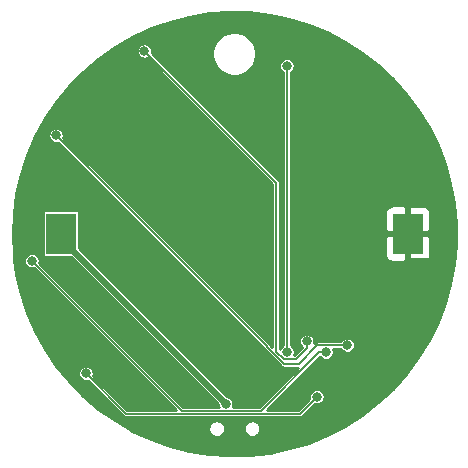
<source format=gbr>
G04 #@! TF.GenerationSoftware,KiCad,Pcbnew,(5.1.5-0-10_14)*
G04 #@! TF.CreationDate,2021-02-20T09:37:57-07:00*
G04 #@! TF.ProjectId,number_1_good_boy,6e756d62-6572-45f3-915f-676f6f645f62,rev?*
G04 #@! TF.SameCoordinates,Original*
G04 #@! TF.FileFunction,Copper,L2,Bot*
G04 #@! TF.FilePolarity,Positive*
%FSLAX46Y46*%
G04 Gerber Fmt 4.6, Leading zero omitted, Abs format (unit mm)*
G04 Created by KiCad (PCBNEW (5.1.5-0-10_14)) date 2021-02-20 09:37:57*
%MOMM*%
%LPD*%
G04 APERTURE LIST*
%ADD10R,2.540000X3.510000*%
%ADD11C,0.800000*%
%ADD12C,0.508000*%
%ADD13C,0.127000*%
%ADD14C,0.254000*%
G04 APERTURE END LIST*
D10*
X-14680000Y0D03*
X14680000Y0D03*
D11*
X-728000Y-14385000D03*
X17018000Y-2286000D03*
X17145000Y2413000D03*
X-9151500Y-11176000D03*
X1270000Y-9398000D03*
X2487647Y-8434353D03*
X-4064000Y-12954000D03*
X4445000Y-10033000D03*
X4445000Y14224000D03*
X6985000Y-13792200D03*
X-12573000Y-11836400D03*
X7747000Y-10033000D03*
X-17145000Y-2286000D03*
X9575800Y-9448800D03*
X-15100300Y8318500D03*
X6121400Y-9118600D03*
X-7620000Y15468600D03*
D12*
X-728000Y-14385000D02*
X-14605000Y-508000D01*
X14680000Y2263000D02*
X14830000Y2413000D01*
X14680000Y0D02*
X14680000Y2263000D01*
X14830000Y2413000D02*
X17145000Y2413000D01*
X14680000Y-2263000D02*
X14703000Y-2286000D01*
X14680000Y0D02*
X14680000Y-2263000D01*
X14703000Y-2286000D02*
X17018000Y-2286000D01*
X17018000Y-2286000D02*
X17018000Y-2286000D01*
X17145000Y2413000D02*
X17145000Y2413000D01*
D13*
X4445000Y-10033000D02*
X4445000Y14224000D01*
X5547690Y-15229510D02*
X-9179890Y-15229510D01*
X6985000Y-13792200D02*
X5547690Y-15229510D01*
X-9179890Y-15229510D02*
X-12573000Y-11836400D01*
X7181315Y-10033000D02*
X2238814Y-14975501D01*
X2238814Y-14975501D02*
X-4455499Y-14975501D01*
X7747000Y-10033000D02*
X7181315Y-10033000D01*
X-4455499Y-14975501D02*
X-17145000Y-2286000D01*
X9569499Y-9442499D02*
X7016701Y-9442499D01*
X9575800Y-9448800D02*
X9569499Y-9442499D01*
X7016701Y-9442499D02*
X5435600Y-11023600D01*
X4202434Y-11023600D02*
X2743200Y-9564366D01*
X5435600Y-11023600D02*
X4202434Y-11023600D01*
X2743200Y-9564366D02*
X2743200Y-9525000D01*
X2743200Y-9525000D02*
X-15100300Y8318500D01*
X-15100300Y8318500D02*
X-15113000Y8331200D01*
X4161559Y-10623501D02*
X3530600Y-9992542D01*
X5182184Y-10623501D02*
X4161559Y-10623501D01*
X6121400Y-9684285D02*
X5182184Y-10623501D01*
X6121400Y-9118600D02*
X6121400Y-9684285D01*
X3530600Y-9992542D02*
X3530600Y4318000D01*
X3530600Y4318000D02*
X-7620000Y15468600D01*
D14*
G36*
X1280978Y18727240D02*
G01*
X2978630Y18533165D01*
X4651600Y18185518D01*
X6286025Y17687180D01*
X7868362Y17042280D01*
X9385500Y16256163D01*
X10824866Y15335342D01*
X12174534Y14287447D01*
X13423320Y13121163D01*
X14560877Y11846152D01*
X15577777Y10472980D01*
X16465595Y9013026D01*
X17216973Y7478387D01*
X17825687Y5881780D01*
X18286691Y4236434D01*
X18596166Y2555984D01*
X18751547Y854355D01*
X18751547Y-854355D01*
X18596166Y-2555984D01*
X18286691Y-4236434D01*
X17825687Y-5881780D01*
X17216973Y-7478387D01*
X16465595Y-9013026D01*
X15577777Y-10472980D01*
X14560877Y-11846152D01*
X13423320Y-13121163D01*
X12174534Y-14287447D01*
X10824866Y-15335342D01*
X9385500Y-16256163D01*
X7868362Y-17042280D01*
X6286025Y-17687180D01*
X4651600Y-18185518D01*
X2978630Y-18533165D01*
X1280978Y-18727240D01*
X-427288Y-18766136D01*
X-2132014Y-18649530D01*
X-3819073Y-18378387D01*
X-5474486Y-17954956D01*
X-7084536Y-17382744D01*
X-8635881Y-16666493D01*
X-9027031Y-16440662D01*
X-2204000Y-16440662D01*
X-2204000Y-16579338D01*
X-2176945Y-16715349D01*
X-2123876Y-16843469D01*
X-2046832Y-16958774D01*
X-1948774Y-17056832D01*
X-1833469Y-17133876D01*
X-1705349Y-17186945D01*
X-1569338Y-17214000D01*
X-1430662Y-17214000D01*
X-1294651Y-17186945D01*
X-1166531Y-17133876D01*
X-1051226Y-17056832D01*
X-953168Y-16958774D01*
X-876124Y-16843469D01*
X-823055Y-16715349D01*
X-796000Y-16579338D01*
X-796000Y-16440662D01*
X796000Y-16440662D01*
X796000Y-16579338D01*
X823055Y-16715349D01*
X876124Y-16843469D01*
X953168Y-16958774D01*
X1051226Y-17056832D01*
X1166531Y-17133876D01*
X1294651Y-17186945D01*
X1430662Y-17214000D01*
X1569338Y-17214000D01*
X1705349Y-17186945D01*
X1833469Y-17133876D01*
X1948774Y-17056832D01*
X2046832Y-16958774D01*
X2123876Y-16843469D01*
X2176945Y-16715349D01*
X2204000Y-16579338D01*
X2204000Y-16440662D01*
X2176945Y-16304651D01*
X2123876Y-16176531D01*
X2046832Y-16061226D01*
X1948774Y-15963168D01*
X1833469Y-15886124D01*
X1705349Y-15833055D01*
X1569338Y-15806000D01*
X1430662Y-15806000D01*
X1294651Y-15833055D01*
X1166531Y-15886124D01*
X1051226Y-15963168D01*
X953168Y-16061226D01*
X876124Y-16176531D01*
X823055Y-16304651D01*
X796000Y-16440662D01*
X-796000Y-16440662D01*
X-823055Y-16304651D01*
X-876124Y-16176531D01*
X-953168Y-16061226D01*
X-1051226Y-15963168D01*
X-1166531Y-15886124D01*
X-1294651Y-15833055D01*
X-1430662Y-15806000D01*
X-1569338Y-15806000D01*
X-1705349Y-15833055D01*
X-1833469Y-15886124D01*
X-1948774Y-15963168D01*
X-2046832Y-16061226D01*
X-2123876Y-16176531D01*
X-2176945Y-16304651D01*
X-2204000Y-16440662D01*
X-9027031Y-16440662D01*
X-10115666Y-15812139D01*
X-11511630Y-14826760D01*
X-12812205Y-13718522D01*
X-14006614Y-12496608D01*
X-15084960Y-11171143D01*
X-16038307Y-9753110D01*
X-16858755Y-8254260D01*
X-17539507Y-6687013D01*
X-18074920Y-5064355D01*
X-18460560Y-3399732D01*
X-18622492Y-2221587D01*
X-17799000Y-2221587D01*
X-17799000Y-2350413D01*
X-17773867Y-2476765D01*
X-17724567Y-2595785D01*
X-17652995Y-2702900D01*
X-17561900Y-2793995D01*
X-17454785Y-2865567D01*
X-17335765Y-2914867D01*
X-17209413Y-2940000D01*
X-17080587Y-2940000D01*
X-16963335Y-2916677D01*
X-4968003Y-14912010D01*
X-9048377Y-14912010D01*
X-11942323Y-12018065D01*
X-11919000Y-11900813D01*
X-11919000Y-11771987D01*
X-11944133Y-11645635D01*
X-11993433Y-11526615D01*
X-12065005Y-11419500D01*
X-12156100Y-11328405D01*
X-12263215Y-11256833D01*
X-12382235Y-11207533D01*
X-12508587Y-11182400D01*
X-12637413Y-11182400D01*
X-12763765Y-11207533D01*
X-12882785Y-11256833D01*
X-12989900Y-11328405D01*
X-13080995Y-11419500D01*
X-13152567Y-11526615D01*
X-13201867Y-11645635D01*
X-13227000Y-11771987D01*
X-13227000Y-11900813D01*
X-13201867Y-12027165D01*
X-13152567Y-12146185D01*
X-13080995Y-12253300D01*
X-12989900Y-12344395D01*
X-12882785Y-12415967D01*
X-12763765Y-12465267D01*
X-12637413Y-12490400D01*
X-12508587Y-12490400D01*
X-12391335Y-12467077D01*
X-9415427Y-15442986D01*
X-9405483Y-15455103D01*
X-9357137Y-15494779D01*
X-9301980Y-15524261D01*
X-9242131Y-15542416D01*
X-9195486Y-15547010D01*
X-9195484Y-15547010D01*
X-9179891Y-15548546D01*
X-9164298Y-15547010D01*
X5532094Y-15547010D01*
X5547690Y-15548546D01*
X5563286Y-15547010D01*
X5609931Y-15542416D01*
X5669780Y-15524261D01*
X5724937Y-15494779D01*
X5773283Y-15455103D01*
X5783232Y-15442980D01*
X6803336Y-14422877D01*
X6920587Y-14446200D01*
X7049413Y-14446200D01*
X7175765Y-14421067D01*
X7294785Y-14371767D01*
X7401900Y-14300195D01*
X7492995Y-14209100D01*
X7564567Y-14101985D01*
X7613867Y-13982965D01*
X7639000Y-13856613D01*
X7639000Y-13727787D01*
X7613867Y-13601435D01*
X7564567Y-13482415D01*
X7492995Y-13375300D01*
X7401900Y-13284205D01*
X7294785Y-13212633D01*
X7175765Y-13163333D01*
X7049413Y-13138200D01*
X6920587Y-13138200D01*
X6794235Y-13163333D01*
X6675215Y-13212633D01*
X6568100Y-13284205D01*
X6477005Y-13375300D01*
X6405433Y-13482415D01*
X6356133Y-13601435D01*
X6331000Y-13727787D01*
X6331000Y-13856613D01*
X6354323Y-13973864D01*
X5416178Y-14912010D01*
X2751317Y-14912010D01*
X7228760Y-10434568D01*
X7239005Y-10449900D01*
X7330100Y-10540995D01*
X7437215Y-10612567D01*
X7556235Y-10661867D01*
X7682587Y-10687000D01*
X7811413Y-10687000D01*
X7937765Y-10661867D01*
X8056785Y-10612567D01*
X8163900Y-10540995D01*
X8254995Y-10449900D01*
X8326567Y-10342785D01*
X8375867Y-10223765D01*
X8401000Y-10097413D01*
X8401000Y-9968587D01*
X8375867Y-9842235D01*
X8341804Y-9759999D01*
X8997178Y-9759999D01*
X9067805Y-9865700D01*
X9158900Y-9956795D01*
X9266015Y-10028367D01*
X9385035Y-10077667D01*
X9511387Y-10102800D01*
X9640213Y-10102800D01*
X9766565Y-10077667D01*
X9885585Y-10028367D01*
X9992700Y-9956795D01*
X10083795Y-9865700D01*
X10155367Y-9758585D01*
X10204667Y-9639565D01*
X10229800Y-9513213D01*
X10229800Y-9384387D01*
X10204667Y-9258035D01*
X10155367Y-9139015D01*
X10083795Y-9031900D01*
X9992700Y-8940805D01*
X9885585Y-8869233D01*
X9766565Y-8819933D01*
X9640213Y-8794800D01*
X9511387Y-8794800D01*
X9385035Y-8819933D01*
X9266015Y-8869233D01*
X9158900Y-8940805D01*
X9067805Y-9031900D01*
X9005598Y-9124999D01*
X7032293Y-9124999D01*
X7016700Y-9123463D01*
X7001107Y-9124999D01*
X7001105Y-9124999D01*
X6954460Y-9129593D01*
X6894611Y-9147748D01*
X6839454Y-9177230D01*
X6791108Y-9216906D01*
X6781164Y-9229023D01*
X6762544Y-9247643D01*
X6775400Y-9183013D01*
X6775400Y-9054187D01*
X6750267Y-8927835D01*
X6700967Y-8808815D01*
X6629395Y-8701700D01*
X6538300Y-8610605D01*
X6431185Y-8539033D01*
X6312165Y-8489733D01*
X6185813Y-8464600D01*
X6056987Y-8464600D01*
X5930635Y-8489733D01*
X5811615Y-8539033D01*
X5704500Y-8610605D01*
X5613405Y-8701700D01*
X5541833Y-8808815D01*
X5492533Y-8927835D01*
X5467400Y-9054187D01*
X5467400Y-9183013D01*
X5492533Y-9309365D01*
X5541833Y-9428385D01*
X5613405Y-9535500D01*
X5704500Y-9626595D01*
X5719832Y-9636840D01*
X5050672Y-10306001D01*
X5039804Y-10306001D01*
X5073867Y-10223765D01*
X5099000Y-10097413D01*
X5099000Y-9968587D01*
X5073867Y-9842235D01*
X5024567Y-9723215D01*
X4952995Y-9616100D01*
X4861900Y-9525005D01*
X4762500Y-9458588D01*
X4762500Y-1755000D01*
X12771928Y-1755000D01*
X12784188Y-1879482D01*
X12820498Y-1999180D01*
X12879463Y-2109494D01*
X12958815Y-2206185D01*
X13055506Y-2285537D01*
X13165820Y-2344502D01*
X13285518Y-2380812D01*
X13410000Y-2393072D01*
X14394250Y-2390000D01*
X14553000Y-2231250D01*
X14553000Y-127000D01*
X14807000Y-127000D01*
X14807000Y-2231250D01*
X14965750Y-2390000D01*
X15950000Y-2393072D01*
X16074482Y-2380812D01*
X16194180Y-2344502D01*
X16304494Y-2285537D01*
X16401185Y-2206185D01*
X16480537Y-2109494D01*
X16539502Y-1999180D01*
X16575812Y-1879482D01*
X16588072Y-1755000D01*
X16585000Y-285750D01*
X16426250Y-127000D01*
X14807000Y-127000D01*
X14553000Y-127000D01*
X12933750Y-127000D01*
X12775000Y-285750D01*
X12771928Y-1755000D01*
X4762500Y-1755000D01*
X4762500Y1755000D01*
X12771928Y1755000D01*
X12775000Y285750D01*
X12933750Y127000D01*
X14553000Y127000D01*
X14553000Y2231250D01*
X14807000Y2231250D01*
X14807000Y127000D01*
X16426250Y127000D01*
X16585000Y285750D01*
X16588072Y1755000D01*
X16575812Y1879482D01*
X16539502Y1999180D01*
X16480537Y2109494D01*
X16401185Y2206185D01*
X16304494Y2285537D01*
X16194180Y2344502D01*
X16074482Y2380812D01*
X15950000Y2393072D01*
X14965750Y2390000D01*
X14807000Y2231250D01*
X14553000Y2231250D01*
X14394250Y2390000D01*
X13410000Y2393072D01*
X13285518Y2380812D01*
X13165820Y2344502D01*
X13055506Y2285537D01*
X12958815Y2206185D01*
X12879463Y2109494D01*
X12820498Y1999180D01*
X12784188Y1879482D01*
X12771928Y1755000D01*
X4762500Y1755000D01*
X4762500Y13649588D01*
X4861900Y13716005D01*
X4952995Y13807100D01*
X5024567Y13914215D01*
X5073867Y14033235D01*
X5099000Y14159587D01*
X5099000Y14288413D01*
X5073867Y14414765D01*
X5024567Y14533785D01*
X4952995Y14640900D01*
X4861900Y14731995D01*
X4754785Y14803567D01*
X4635765Y14852867D01*
X4509413Y14878000D01*
X4380587Y14878000D01*
X4254235Y14852867D01*
X4135215Y14803567D01*
X4028100Y14731995D01*
X3937005Y14640900D01*
X3865433Y14533785D01*
X3816133Y14414765D01*
X3791000Y14288413D01*
X3791000Y14159587D01*
X3816133Y14033235D01*
X3865433Y13914215D01*
X3937005Y13807100D01*
X4028100Y13716005D01*
X4127501Y13649587D01*
X4127500Y-9458588D01*
X4028100Y-9525005D01*
X3937005Y-9616100D01*
X3865433Y-9723215D01*
X3848100Y-9765060D01*
X3848100Y4302404D01*
X3849636Y4318000D01*
X3843506Y4380241D01*
X3825351Y4440090D01*
X3795869Y4495247D01*
X3756193Y4543593D01*
X3744076Y4553537D01*
X-6989323Y15286935D01*
X-6966000Y15404187D01*
X-6966000Y15422603D01*
X-1854000Y15422603D01*
X-1854000Y15057397D01*
X-1782752Y14699208D01*
X-1642994Y14361802D01*
X-1440096Y14058144D01*
X-1181856Y13799904D01*
X-878198Y13597006D01*
X-540792Y13457248D01*
X-182603Y13386000D01*
X182603Y13386000D01*
X540792Y13457248D01*
X878198Y13597006D01*
X1181856Y13799904D01*
X1440096Y14058144D01*
X1642994Y14361802D01*
X1782752Y14699208D01*
X1854000Y15057397D01*
X1854000Y15422603D01*
X1782752Y15780792D01*
X1642994Y16118198D01*
X1440096Y16421856D01*
X1181856Y16680096D01*
X878198Y16882994D01*
X540792Y17022752D01*
X182603Y17094000D01*
X-182603Y17094000D01*
X-540792Y17022752D01*
X-878198Y16882994D01*
X-1181856Y16680096D01*
X-1440096Y16421856D01*
X-1642994Y16118198D01*
X-1782752Y15780792D01*
X-1854000Y15422603D01*
X-6966000Y15422603D01*
X-6966000Y15533013D01*
X-6991133Y15659365D01*
X-7040433Y15778385D01*
X-7112005Y15885500D01*
X-7203100Y15976595D01*
X-7310215Y16048167D01*
X-7429235Y16097467D01*
X-7555587Y16122600D01*
X-7684413Y16122600D01*
X-7810765Y16097467D01*
X-7929785Y16048167D01*
X-8036900Y15976595D01*
X-8127995Y15885500D01*
X-8199567Y15778385D01*
X-8248867Y15659365D01*
X-8274000Y15533013D01*
X-8274000Y15404187D01*
X-8248867Y15277835D01*
X-8199567Y15158815D01*
X-8127995Y15051700D01*
X-8036900Y14960605D01*
X-7929785Y14889033D01*
X-7810765Y14839733D01*
X-7684413Y14814600D01*
X-7555587Y14814600D01*
X-7438335Y14837923D01*
X3213101Y4186486D01*
X3213100Y-9585254D01*
X3041084Y-9413238D01*
X3037951Y-9402910D01*
X3008469Y-9347753D01*
X2978734Y-9311521D01*
X2968793Y-9299407D01*
X2956676Y-9289463D01*
X-14469623Y8136835D01*
X-14446300Y8254087D01*
X-14446300Y8382913D01*
X-14471433Y8509265D01*
X-14520733Y8628285D01*
X-14592305Y8735400D01*
X-14683400Y8826495D01*
X-14790515Y8898067D01*
X-14909535Y8947367D01*
X-15035887Y8972500D01*
X-15164713Y8972500D01*
X-15291065Y8947367D01*
X-15410085Y8898067D01*
X-15517200Y8826495D01*
X-15608295Y8735400D01*
X-15679867Y8628285D01*
X-15729167Y8509265D01*
X-15754300Y8382913D01*
X-15754300Y8254087D01*
X-15729167Y8127735D01*
X-15679867Y8008715D01*
X-15608295Y7901600D01*
X-15517200Y7810505D01*
X-15410085Y7738933D01*
X-15291065Y7689633D01*
X-15164713Y7664500D01*
X-15035887Y7664500D01*
X-14918635Y7687823D01*
X2445317Y-9676130D01*
X2448449Y-9686455D01*
X2477931Y-9741612D01*
X2517607Y-9789959D01*
X2529730Y-9799908D01*
X3966897Y-11237076D01*
X3976841Y-11249193D01*
X4025186Y-11288868D01*
X4025187Y-11288869D01*
X4080344Y-11318351D01*
X4140193Y-11336506D01*
X4202434Y-11342637D01*
X4218037Y-11341100D01*
X5420004Y-11341100D01*
X5423826Y-11341476D01*
X2107302Y-14658001D01*
X-133196Y-14658001D01*
X-99133Y-14575765D01*
X-74000Y-14449413D01*
X-74000Y-14320587D01*
X-99133Y-14194235D01*
X-148433Y-14075215D01*
X-220005Y-13968100D01*
X-311100Y-13877005D01*
X-418215Y-13805433D01*
X-537235Y-13756133D01*
X-663578Y-13731002D01*
X-13154772Y-1239808D01*
X-13154772Y1755000D01*
X-13159676Y1804793D01*
X-13174200Y1852672D01*
X-13197786Y1896797D01*
X-13229527Y1935473D01*
X-13268203Y1967214D01*
X-13312328Y1990800D01*
X-13360207Y2005324D01*
X-13410000Y2010228D01*
X-15950000Y2010228D01*
X-15999793Y2005324D01*
X-16047672Y1990800D01*
X-16091797Y1967214D01*
X-16130473Y1935473D01*
X-16162214Y1896797D01*
X-16185800Y1852672D01*
X-16200324Y1804793D01*
X-16205228Y1755000D01*
X-16205228Y-1755000D01*
X-16200324Y-1804793D01*
X-16185800Y-1852672D01*
X-16162214Y-1896797D01*
X-16130473Y-1935473D01*
X-16091797Y-1967214D01*
X-16047672Y-1990800D01*
X-15999793Y-2005324D01*
X-15950000Y-2010228D01*
X-13821192Y-2010228D01*
X-1381998Y-14449422D01*
X-1356867Y-14575765D01*
X-1322804Y-14658001D01*
X-4323986Y-14658001D01*
X-16514323Y-2467665D01*
X-16491000Y-2350413D01*
X-16491000Y-2221587D01*
X-16516133Y-2095235D01*
X-16565433Y-1976215D01*
X-16637005Y-1869100D01*
X-16728100Y-1778005D01*
X-16835215Y-1706433D01*
X-16954235Y-1657133D01*
X-17080587Y-1632000D01*
X-17209413Y-1632000D01*
X-17335765Y-1657133D01*
X-17454785Y-1706433D01*
X-17561900Y-1778005D01*
X-17652995Y-1869100D01*
X-17724567Y-1976215D01*
X-17773867Y-2095235D01*
X-17799000Y-2221587D01*
X-18622492Y-2221587D01*
X-18693229Y-1706938D01*
X-18771000Y0D01*
X-18693229Y1706938D01*
X-18460560Y3399732D01*
X-18074920Y5064355D01*
X-17539507Y6687013D01*
X-16858755Y8254260D01*
X-16038307Y9753110D01*
X-15084960Y11171143D01*
X-14006614Y12496608D01*
X-12812205Y13718522D01*
X-11511630Y14826760D01*
X-10115666Y15812139D01*
X-8635881Y16666493D01*
X-7084536Y17382744D01*
X-5474486Y17954956D01*
X-3819073Y18378387D01*
X-2132014Y18649530D01*
X-427288Y18766136D01*
X1280978Y18727240D01*
G37*
X1280978Y18727240D02*
X2978630Y18533165D01*
X4651600Y18185518D01*
X6286025Y17687180D01*
X7868362Y17042280D01*
X9385500Y16256163D01*
X10824866Y15335342D01*
X12174534Y14287447D01*
X13423320Y13121163D01*
X14560877Y11846152D01*
X15577777Y10472980D01*
X16465595Y9013026D01*
X17216973Y7478387D01*
X17825687Y5881780D01*
X18286691Y4236434D01*
X18596166Y2555984D01*
X18751547Y854355D01*
X18751547Y-854355D01*
X18596166Y-2555984D01*
X18286691Y-4236434D01*
X17825687Y-5881780D01*
X17216973Y-7478387D01*
X16465595Y-9013026D01*
X15577777Y-10472980D01*
X14560877Y-11846152D01*
X13423320Y-13121163D01*
X12174534Y-14287447D01*
X10824866Y-15335342D01*
X9385500Y-16256163D01*
X7868362Y-17042280D01*
X6286025Y-17687180D01*
X4651600Y-18185518D01*
X2978630Y-18533165D01*
X1280978Y-18727240D01*
X-427288Y-18766136D01*
X-2132014Y-18649530D01*
X-3819073Y-18378387D01*
X-5474486Y-17954956D01*
X-7084536Y-17382744D01*
X-8635881Y-16666493D01*
X-9027031Y-16440662D01*
X-2204000Y-16440662D01*
X-2204000Y-16579338D01*
X-2176945Y-16715349D01*
X-2123876Y-16843469D01*
X-2046832Y-16958774D01*
X-1948774Y-17056832D01*
X-1833469Y-17133876D01*
X-1705349Y-17186945D01*
X-1569338Y-17214000D01*
X-1430662Y-17214000D01*
X-1294651Y-17186945D01*
X-1166531Y-17133876D01*
X-1051226Y-17056832D01*
X-953168Y-16958774D01*
X-876124Y-16843469D01*
X-823055Y-16715349D01*
X-796000Y-16579338D01*
X-796000Y-16440662D01*
X796000Y-16440662D01*
X796000Y-16579338D01*
X823055Y-16715349D01*
X876124Y-16843469D01*
X953168Y-16958774D01*
X1051226Y-17056832D01*
X1166531Y-17133876D01*
X1294651Y-17186945D01*
X1430662Y-17214000D01*
X1569338Y-17214000D01*
X1705349Y-17186945D01*
X1833469Y-17133876D01*
X1948774Y-17056832D01*
X2046832Y-16958774D01*
X2123876Y-16843469D01*
X2176945Y-16715349D01*
X2204000Y-16579338D01*
X2204000Y-16440662D01*
X2176945Y-16304651D01*
X2123876Y-16176531D01*
X2046832Y-16061226D01*
X1948774Y-15963168D01*
X1833469Y-15886124D01*
X1705349Y-15833055D01*
X1569338Y-15806000D01*
X1430662Y-15806000D01*
X1294651Y-15833055D01*
X1166531Y-15886124D01*
X1051226Y-15963168D01*
X953168Y-16061226D01*
X876124Y-16176531D01*
X823055Y-16304651D01*
X796000Y-16440662D01*
X-796000Y-16440662D01*
X-823055Y-16304651D01*
X-876124Y-16176531D01*
X-953168Y-16061226D01*
X-1051226Y-15963168D01*
X-1166531Y-15886124D01*
X-1294651Y-15833055D01*
X-1430662Y-15806000D01*
X-1569338Y-15806000D01*
X-1705349Y-15833055D01*
X-1833469Y-15886124D01*
X-1948774Y-15963168D01*
X-2046832Y-16061226D01*
X-2123876Y-16176531D01*
X-2176945Y-16304651D01*
X-2204000Y-16440662D01*
X-9027031Y-16440662D01*
X-10115666Y-15812139D01*
X-11511630Y-14826760D01*
X-12812205Y-13718522D01*
X-14006614Y-12496608D01*
X-15084960Y-11171143D01*
X-16038307Y-9753110D01*
X-16858755Y-8254260D01*
X-17539507Y-6687013D01*
X-18074920Y-5064355D01*
X-18460560Y-3399732D01*
X-18622492Y-2221587D01*
X-17799000Y-2221587D01*
X-17799000Y-2350413D01*
X-17773867Y-2476765D01*
X-17724567Y-2595785D01*
X-17652995Y-2702900D01*
X-17561900Y-2793995D01*
X-17454785Y-2865567D01*
X-17335765Y-2914867D01*
X-17209413Y-2940000D01*
X-17080587Y-2940000D01*
X-16963335Y-2916677D01*
X-4968003Y-14912010D01*
X-9048377Y-14912010D01*
X-11942323Y-12018065D01*
X-11919000Y-11900813D01*
X-11919000Y-11771987D01*
X-11944133Y-11645635D01*
X-11993433Y-11526615D01*
X-12065005Y-11419500D01*
X-12156100Y-11328405D01*
X-12263215Y-11256833D01*
X-12382235Y-11207533D01*
X-12508587Y-11182400D01*
X-12637413Y-11182400D01*
X-12763765Y-11207533D01*
X-12882785Y-11256833D01*
X-12989900Y-11328405D01*
X-13080995Y-11419500D01*
X-13152567Y-11526615D01*
X-13201867Y-11645635D01*
X-13227000Y-11771987D01*
X-13227000Y-11900813D01*
X-13201867Y-12027165D01*
X-13152567Y-12146185D01*
X-13080995Y-12253300D01*
X-12989900Y-12344395D01*
X-12882785Y-12415967D01*
X-12763765Y-12465267D01*
X-12637413Y-12490400D01*
X-12508587Y-12490400D01*
X-12391335Y-12467077D01*
X-9415427Y-15442986D01*
X-9405483Y-15455103D01*
X-9357137Y-15494779D01*
X-9301980Y-15524261D01*
X-9242131Y-15542416D01*
X-9195486Y-15547010D01*
X-9195484Y-15547010D01*
X-9179891Y-15548546D01*
X-9164298Y-15547010D01*
X5532094Y-15547010D01*
X5547690Y-15548546D01*
X5563286Y-15547010D01*
X5609931Y-15542416D01*
X5669780Y-15524261D01*
X5724937Y-15494779D01*
X5773283Y-15455103D01*
X5783232Y-15442980D01*
X6803336Y-14422877D01*
X6920587Y-14446200D01*
X7049413Y-14446200D01*
X7175765Y-14421067D01*
X7294785Y-14371767D01*
X7401900Y-14300195D01*
X7492995Y-14209100D01*
X7564567Y-14101985D01*
X7613867Y-13982965D01*
X7639000Y-13856613D01*
X7639000Y-13727787D01*
X7613867Y-13601435D01*
X7564567Y-13482415D01*
X7492995Y-13375300D01*
X7401900Y-13284205D01*
X7294785Y-13212633D01*
X7175765Y-13163333D01*
X7049413Y-13138200D01*
X6920587Y-13138200D01*
X6794235Y-13163333D01*
X6675215Y-13212633D01*
X6568100Y-13284205D01*
X6477005Y-13375300D01*
X6405433Y-13482415D01*
X6356133Y-13601435D01*
X6331000Y-13727787D01*
X6331000Y-13856613D01*
X6354323Y-13973864D01*
X5416178Y-14912010D01*
X2751317Y-14912010D01*
X7228760Y-10434568D01*
X7239005Y-10449900D01*
X7330100Y-10540995D01*
X7437215Y-10612567D01*
X7556235Y-10661867D01*
X7682587Y-10687000D01*
X7811413Y-10687000D01*
X7937765Y-10661867D01*
X8056785Y-10612567D01*
X8163900Y-10540995D01*
X8254995Y-10449900D01*
X8326567Y-10342785D01*
X8375867Y-10223765D01*
X8401000Y-10097413D01*
X8401000Y-9968587D01*
X8375867Y-9842235D01*
X8341804Y-9759999D01*
X8997178Y-9759999D01*
X9067805Y-9865700D01*
X9158900Y-9956795D01*
X9266015Y-10028367D01*
X9385035Y-10077667D01*
X9511387Y-10102800D01*
X9640213Y-10102800D01*
X9766565Y-10077667D01*
X9885585Y-10028367D01*
X9992700Y-9956795D01*
X10083795Y-9865700D01*
X10155367Y-9758585D01*
X10204667Y-9639565D01*
X10229800Y-9513213D01*
X10229800Y-9384387D01*
X10204667Y-9258035D01*
X10155367Y-9139015D01*
X10083795Y-9031900D01*
X9992700Y-8940805D01*
X9885585Y-8869233D01*
X9766565Y-8819933D01*
X9640213Y-8794800D01*
X9511387Y-8794800D01*
X9385035Y-8819933D01*
X9266015Y-8869233D01*
X9158900Y-8940805D01*
X9067805Y-9031900D01*
X9005598Y-9124999D01*
X7032293Y-9124999D01*
X7016700Y-9123463D01*
X7001107Y-9124999D01*
X7001105Y-9124999D01*
X6954460Y-9129593D01*
X6894611Y-9147748D01*
X6839454Y-9177230D01*
X6791108Y-9216906D01*
X6781164Y-9229023D01*
X6762544Y-9247643D01*
X6775400Y-9183013D01*
X6775400Y-9054187D01*
X6750267Y-8927835D01*
X6700967Y-8808815D01*
X6629395Y-8701700D01*
X6538300Y-8610605D01*
X6431185Y-8539033D01*
X6312165Y-8489733D01*
X6185813Y-8464600D01*
X6056987Y-8464600D01*
X5930635Y-8489733D01*
X5811615Y-8539033D01*
X5704500Y-8610605D01*
X5613405Y-8701700D01*
X5541833Y-8808815D01*
X5492533Y-8927835D01*
X5467400Y-9054187D01*
X5467400Y-9183013D01*
X5492533Y-9309365D01*
X5541833Y-9428385D01*
X5613405Y-9535500D01*
X5704500Y-9626595D01*
X5719832Y-9636840D01*
X5050672Y-10306001D01*
X5039804Y-10306001D01*
X5073867Y-10223765D01*
X5099000Y-10097413D01*
X5099000Y-9968587D01*
X5073867Y-9842235D01*
X5024567Y-9723215D01*
X4952995Y-9616100D01*
X4861900Y-9525005D01*
X4762500Y-9458588D01*
X4762500Y-1755000D01*
X12771928Y-1755000D01*
X12784188Y-1879482D01*
X12820498Y-1999180D01*
X12879463Y-2109494D01*
X12958815Y-2206185D01*
X13055506Y-2285537D01*
X13165820Y-2344502D01*
X13285518Y-2380812D01*
X13410000Y-2393072D01*
X14394250Y-2390000D01*
X14553000Y-2231250D01*
X14553000Y-127000D01*
X14807000Y-127000D01*
X14807000Y-2231250D01*
X14965750Y-2390000D01*
X15950000Y-2393072D01*
X16074482Y-2380812D01*
X16194180Y-2344502D01*
X16304494Y-2285537D01*
X16401185Y-2206185D01*
X16480537Y-2109494D01*
X16539502Y-1999180D01*
X16575812Y-1879482D01*
X16588072Y-1755000D01*
X16585000Y-285750D01*
X16426250Y-127000D01*
X14807000Y-127000D01*
X14553000Y-127000D01*
X12933750Y-127000D01*
X12775000Y-285750D01*
X12771928Y-1755000D01*
X4762500Y-1755000D01*
X4762500Y1755000D01*
X12771928Y1755000D01*
X12775000Y285750D01*
X12933750Y127000D01*
X14553000Y127000D01*
X14553000Y2231250D01*
X14807000Y2231250D01*
X14807000Y127000D01*
X16426250Y127000D01*
X16585000Y285750D01*
X16588072Y1755000D01*
X16575812Y1879482D01*
X16539502Y1999180D01*
X16480537Y2109494D01*
X16401185Y2206185D01*
X16304494Y2285537D01*
X16194180Y2344502D01*
X16074482Y2380812D01*
X15950000Y2393072D01*
X14965750Y2390000D01*
X14807000Y2231250D01*
X14553000Y2231250D01*
X14394250Y2390000D01*
X13410000Y2393072D01*
X13285518Y2380812D01*
X13165820Y2344502D01*
X13055506Y2285537D01*
X12958815Y2206185D01*
X12879463Y2109494D01*
X12820498Y1999180D01*
X12784188Y1879482D01*
X12771928Y1755000D01*
X4762500Y1755000D01*
X4762500Y13649588D01*
X4861900Y13716005D01*
X4952995Y13807100D01*
X5024567Y13914215D01*
X5073867Y14033235D01*
X5099000Y14159587D01*
X5099000Y14288413D01*
X5073867Y14414765D01*
X5024567Y14533785D01*
X4952995Y14640900D01*
X4861900Y14731995D01*
X4754785Y14803567D01*
X4635765Y14852867D01*
X4509413Y14878000D01*
X4380587Y14878000D01*
X4254235Y14852867D01*
X4135215Y14803567D01*
X4028100Y14731995D01*
X3937005Y14640900D01*
X3865433Y14533785D01*
X3816133Y14414765D01*
X3791000Y14288413D01*
X3791000Y14159587D01*
X3816133Y14033235D01*
X3865433Y13914215D01*
X3937005Y13807100D01*
X4028100Y13716005D01*
X4127501Y13649587D01*
X4127500Y-9458588D01*
X4028100Y-9525005D01*
X3937005Y-9616100D01*
X3865433Y-9723215D01*
X3848100Y-9765060D01*
X3848100Y4302404D01*
X3849636Y4318000D01*
X3843506Y4380241D01*
X3825351Y4440090D01*
X3795869Y4495247D01*
X3756193Y4543593D01*
X3744076Y4553537D01*
X-6989323Y15286935D01*
X-6966000Y15404187D01*
X-6966000Y15422603D01*
X-1854000Y15422603D01*
X-1854000Y15057397D01*
X-1782752Y14699208D01*
X-1642994Y14361802D01*
X-1440096Y14058144D01*
X-1181856Y13799904D01*
X-878198Y13597006D01*
X-540792Y13457248D01*
X-182603Y13386000D01*
X182603Y13386000D01*
X540792Y13457248D01*
X878198Y13597006D01*
X1181856Y13799904D01*
X1440096Y14058144D01*
X1642994Y14361802D01*
X1782752Y14699208D01*
X1854000Y15057397D01*
X1854000Y15422603D01*
X1782752Y15780792D01*
X1642994Y16118198D01*
X1440096Y16421856D01*
X1181856Y16680096D01*
X878198Y16882994D01*
X540792Y17022752D01*
X182603Y17094000D01*
X-182603Y17094000D01*
X-540792Y17022752D01*
X-878198Y16882994D01*
X-1181856Y16680096D01*
X-1440096Y16421856D01*
X-1642994Y16118198D01*
X-1782752Y15780792D01*
X-1854000Y15422603D01*
X-6966000Y15422603D01*
X-6966000Y15533013D01*
X-6991133Y15659365D01*
X-7040433Y15778385D01*
X-7112005Y15885500D01*
X-7203100Y15976595D01*
X-7310215Y16048167D01*
X-7429235Y16097467D01*
X-7555587Y16122600D01*
X-7684413Y16122600D01*
X-7810765Y16097467D01*
X-7929785Y16048167D01*
X-8036900Y15976595D01*
X-8127995Y15885500D01*
X-8199567Y15778385D01*
X-8248867Y15659365D01*
X-8274000Y15533013D01*
X-8274000Y15404187D01*
X-8248867Y15277835D01*
X-8199567Y15158815D01*
X-8127995Y15051700D01*
X-8036900Y14960605D01*
X-7929785Y14889033D01*
X-7810765Y14839733D01*
X-7684413Y14814600D01*
X-7555587Y14814600D01*
X-7438335Y14837923D01*
X3213101Y4186486D01*
X3213100Y-9585254D01*
X3041084Y-9413238D01*
X3037951Y-9402910D01*
X3008469Y-9347753D01*
X2978734Y-9311521D01*
X2968793Y-9299407D01*
X2956676Y-9289463D01*
X-14469623Y8136835D01*
X-14446300Y8254087D01*
X-14446300Y8382913D01*
X-14471433Y8509265D01*
X-14520733Y8628285D01*
X-14592305Y8735400D01*
X-14683400Y8826495D01*
X-14790515Y8898067D01*
X-14909535Y8947367D01*
X-15035887Y8972500D01*
X-15164713Y8972500D01*
X-15291065Y8947367D01*
X-15410085Y8898067D01*
X-15517200Y8826495D01*
X-15608295Y8735400D01*
X-15679867Y8628285D01*
X-15729167Y8509265D01*
X-15754300Y8382913D01*
X-15754300Y8254087D01*
X-15729167Y8127735D01*
X-15679867Y8008715D01*
X-15608295Y7901600D01*
X-15517200Y7810505D01*
X-15410085Y7738933D01*
X-15291065Y7689633D01*
X-15164713Y7664500D01*
X-15035887Y7664500D01*
X-14918635Y7687823D01*
X2445317Y-9676130D01*
X2448449Y-9686455D01*
X2477931Y-9741612D01*
X2517607Y-9789959D01*
X2529730Y-9799908D01*
X3966897Y-11237076D01*
X3976841Y-11249193D01*
X4025186Y-11288868D01*
X4025187Y-11288869D01*
X4080344Y-11318351D01*
X4140193Y-11336506D01*
X4202434Y-11342637D01*
X4218037Y-11341100D01*
X5420004Y-11341100D01*
X5423826Y-11341476D01*
X2107302Y-14658001D01*
X-133196Y-14658001D01*
X-99133Y-14575765D01*
X-74000Y-14449413D01*
X-74000Y-14320587D01*
X-99133Y-14194235D01*
X-148433Y-14075215D01*
X-220005Y-13968100D01*
X-311100Y-13877005D01*
X-418215Y-13805433D01*
X-537235Y-13756133D01*
X-663578Y-13731002D01*
X-13154772Y-1239808D01*
X-13154772Y1755000D01*
X-13159676Y1804793D01*
X-13174200Y1852672D01*
X-13197786Y1896797D01*
X-13229527Y1935473D01*
X-13268203Y1967214D01*
X-13312328Y1990800D01*
X-13360207Y2005324D01*
X-13410000Y2010228D01*
X-15950000Y2010228D01*
X-15999793Y2005324D01*
X-16047672Y1990800D01*
X-16091797Y1967214D01*
X-16130473Y1935473D01*
X-16162214Y1896797D01*
X-16185800Y1852672D01*
X-16200324Y1804793D01*
X-16205228Y1755000D01*
X-16205228Y-1755000D01*
X-16200324Y-1804793D01*
X-16185800Y-1852672D01*
X-16162214Y-1896797D01*
X-16130473Y-1935473D01*
X-16091797Y-1967214D01*
X-16047672Y-1990800D01*
X-15999793Y-2005324D01*
X-15950000Y-2010228D01*
X-13821192Y-2010228D01*
X-1381998Y-14449422D01*
X-1356867Y-14575765D01*
X-1322804Y-14658001D01*
X-4323986Y-14658001D01*
X-16514323Y-2467665D01*
X-16491000Y-2350413D01*
X-16491000Y-2221587D01*
X-16516133Y-2095235D01*
X-16565433Y-1976215D01*
X-16637005Y-1869100D01*
X-16728100Y-1778005D01*
X-16835215Y-1706433D01*
X-16954235Y-1657133D01*
X-17080587Y-1632000D01*
X-17209413Y-1632000D01*
X-17335765Y-1657133D01*
X-17454785Y-1706433D01*
X-17561900Y-1778005D01*
X-17652995Y-1869100D01*
X-17724567Y-1976215D01*
X-17773867Y-2095235D01*
X-17799000Y-2221587D01*
X-18622492Y-2221587D01*
X-18693229Y-1706938D01*
X-18771000Y0D01*
X-18693229Y1706938D01*
X-18460560Y3399732D01*
X-18074920Y5064355D01*
X-17539507Y6687013D01*
X-16858755Y8254260D01*
X-16038307Y9753110D01*
X-15084960Y11171143D01*
X-14006614Y12496608D01*
X-12812205Y13718522D01*
X-11511630Y14826760D01*
X-10115666Y15812139D01*
X-8635881Y16666493D01*
X-7084536Y17382744D01*
X-5474486Y17954956D01*
X-3819073Y18378387D01*
X-2132014Y18649530D01*
X-427288Y18766136D01*
X1280978Y18727240D01*
M02*

</source>
